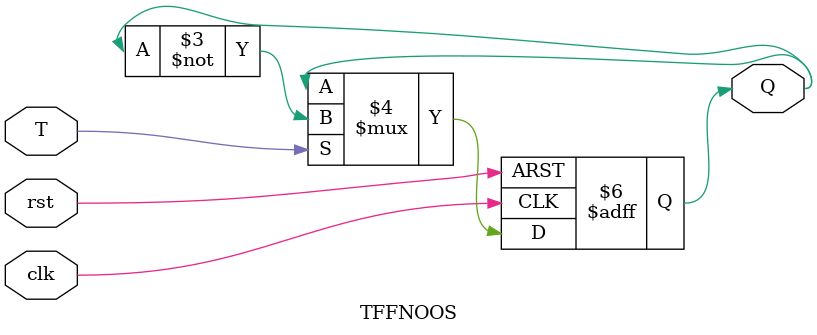
<source format=v>
`timescale 1ns / 1ps


module TFFNOOS(clk, rst, T, Q);
input clk, rst, T;
output reg Q;

always @(posedge clk or negedge rst)
begin
if(!rst)
Q <= 1'b0;
else if(T)
Q <= ~Q;
end
endmodule

</source>
